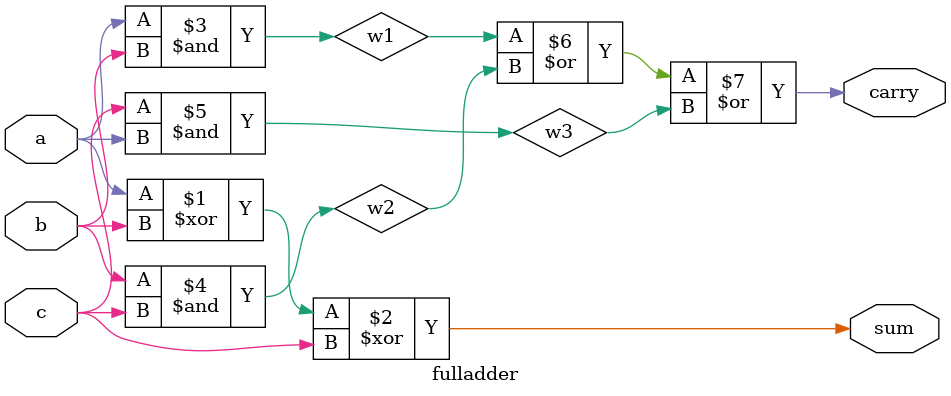
<source format=v>
`timescale 1ns / 1ps
module fulladder(a,b,c,sum,carry);
input a;
input b;
input c;
output sum;
output carry;
xor(sum,a,b,c);
wire w1,w2,w3;

and(w1,a,b);
and(w2,b,c);
and(w3,c,a);

or(carry,w1,w2,w3);
endmodule

</source>
